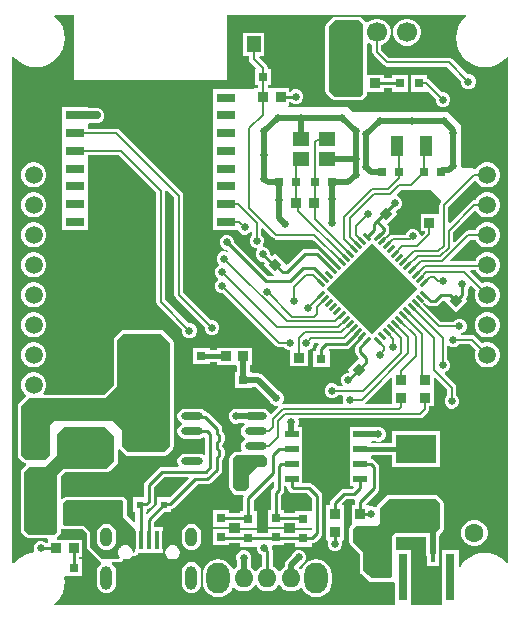
<source format=gtl>
G04*
G04 #@! TF.GenerationSoftware,Altium Limited,Altium Designer,22.11.1 (43)*
G04*
G04 Layer_Physical_Order=1*
G04 Layer_Color=255*
%FSLAX25Y25*%
%MOIN*%
G70*
G04*
G04 #@! TF.SameCoordinates,CE4FA216-54C7-4044-9C64-AD491F851F59*
G04*
G04*
G04 #@! TF.FilePolarity,Positive*
G04*
G01*
G75*
%ADD11C,0.01000*%
%ADD13C,0.00600*%
%ADD19C,0.00800*%
%ADD25P,0.30623X4X270.0*%
G04:AMPARAMS|DCode=26|XSize=35.43mil|YSize=11.02mil|CornerRadius=0mil|HoleSize=0mil|Usage=FLASHONLY|Rotation=225.000|XOffset=0mil|YOffset=0mil|HoleType=Round|Shape=Round|*
%AMOVALD26*
21,1,0.02441,0.01102,0.00000,0.00000,225.0*
1,1,0.01102,0.00863,0.00863*
1,1,0.01102,-0.00863,-0.00863*
%
%ADD26OVALD26*%

G04:AMPARAMS|DCode=27|XSize=11.02mil|YSize=35.43mil|CornerRadius=0mil|HoleSize=0mil|Usage=FLASHONLY|Rotation=225.000|XOffset=0mil|YOffset=0mil|HoleType=Round|Shape=Round|*
%AMOVALD27*
21,1,0.02441,0.01102,0.00000,0.00000,315.0*
1,1,0.01102,-0.00863,0.00863*
1,1,0.01102,0.00863,-0.00863*
%
%ADD27OVALD27*%

%ADD28R,0.13504X0.09528*%
%ADD29R,0.03150X0.03150*%
%ADD30R,0.03000X0.03000*%
%ADD31R,0.04724X0.02362*%
%ADD32R,0.09449X0.12992*%
%ADD33R,0.02362X0.02362*%
%ADD34O,0.07343X0.02480*%
%ADD35P,0.04243X4X90.0*%
%ADD36R,0.03937X0.07087*%
%ADD37R,0.05512X0.04724*%
%ADD38R,0.04842X0.05354*%
%ADD39R,0.03150X0.03150*%
%ADD40R,0.01575X0.06299*%
%ADD41R,0.03150X0.15748*%
%ADD42R,0.06299X0.03150*%
%ADD43R,0.09213X0.14173*%
%ADD44R,0.09843X0.04331*%
%ADD45P,0.04243X4X360.0*%
%ADD46R,0.06919X0.05102*%
%ADD47R,0.03000X0.03000*%
%ADD82C,0.06299*%
%ADD83R,0.03402X0.03175*%
%ADD84R,0.03175X0.03402*%
%ADD85R,0.05256X0.05906*%
%ADD86R,0.05847X0.06803*%
%ADD87C,0.02000*%
%ADD88C,0.01500*%
%ADD89C,0.02500*%
%ADD90O,0.06299X0.06299*%
%ADD91O,0.07874X0.10236*%
%ADD92R,0.06693X0.06693*%
%ADD93C,0.06693*%
%ADD94O,0.03937X0.07874*%
%ADD95O,0.03937X0.06299*%
%ADD96C,0.05906*%
%ADD97C,0.02500*%
G36*
X151410Y196380D02*
X150678Y195779D01*
X149481Y194321D01*
X148592Y192658D01*
X148045Y190853D01*
X147860Y188976D01*
X148045Y187100D01*
X148592Y185295D01*
X149481Y183632D01*
X150678Y182174D01*
X152136Y180977D01*
X153799Y180088D01*
X155604Y179541D01*
X157480Y179356D01*
X159357Y179541D01*
X161162Y180088D01*
X162825Y180977D01*
X164283Y182174D01*
X164884Y182906D01*
X165354Y182737D01*
Y14113D01*
X164884Y13945D01*
X164283Y14677D01*
X162825Y15873D01*
X161162Y16762D01*
X159357Y17310D01*
X157480Y17494D01*
X155604Y17310D01*
X153799Y16762D01*
X152136Y15873D01*
X150678Y14677D01*
X149481Y13219D01*
X149260Y12804D01*
X148775Y12926D01*
Y18574D01*
X143225D01*
Y426D01*
X143225D01*
X143046Y0D01*
X133205D01*
X133027Y426D01*
X133027Y500D01*
Y18574D01*
X127724D01*
Y22493D01*
X128007Y22776D01*
X137859D01*
Y17368D01*
X138030Y16510D01*
X138115Y16383D01*
Y13018D01*
X142089D01*
Y16383D01*
X142174Y16510D01*
X142345Y17368D01*
Y23022D01*
X142452D01*
Y23722D01*
X143365Y24635D01*
X143630Y25032D01*
X143723Y25500D01*
Y34000D01*
X143630Y34468D01*
X143365Y34865D01*
X141865Y36365D01*
X141468Y36630D01*
X141000Y36724D01*
X125500D01*
X125032Y36630D01*
X124635Y36365D01*
X121635Y33365D01*
X121370Y32968D01*
X121342Y32830D01*
X121172Y32735D01*
X120790Y32618D01*
X119987Y32950D01*
X119013D01*
X118901Y33025D01*
Y33288D01*
X117747D01*
X117739Y33788D01*
X121726Y37774D01*
X122101Y38337D01*
X122233Y39000D01*
Y46000D01*
X122101Y46663D01*
X121726Y47226D01*
X120726Y48226D01*
X120163Y48601D01*
X119512Y48731D01*
X119512Y49381D01*
Y49658D01*
X119866Y50012D01*
X126548D01*
Y46050D01*
X142452D01*
Y57978D01*
X126548D01*
Y53988D01*
X119866D01*
X119705Y54149D01*
X119650Y54324D01*
X119975Y54757D01*
X121013D01*
X121513Y54550D01*
X122487D01*
X123388Y54923D01*
X124077Y55612D01*
X124450Y56513D01*
Y57487D01*
X124077Y58388D01*
X123388Y59077D01*
X122487Y59450D01*
X121513D01*
X121013Y59243D01*
X119512D01*
Y59381D01*
X112388D01*
Y54881D01*
X112388Y54619D01*
X112388Y54119D01*
Y49881D01*
X112388Y49619D01*
X112388Y49119D01*
Y44619D01*
X112388D01*
Y44381D01*
X112388D01*
Y39619D01*
X113514D01*
X113706Y39157D01*
X113282Y38733D01*
X110500D01*
X109837Y38601D01*
X109274Y38226D01*
X106274Y35226D01*
X105899Y34663D01*
X105767Y34000D01*
Y33288D01*
X104599D01*
Y27856D01*
X104599Y27713D01*
Y27356D01*
X104599Y27212D01*
Y21780D01*
X104929D01*
X105206Y21365D01*
X105050Y20987D01*
Y20013D01*
X105423Y19112D01*
X106112Y18423D01*
X107013Y18050D01*
X107987D01*
X108888Y18423D01*
X109577Y19112D01*
X109950Y20013D01*
Y20987D01*
X109794Y21365D01*
X110072Y21780D01*
X110401D01*
Y27212D01*
X110401Y27356D01*
Y27713D01*
X110401Y27856D01*
Y33288D01*
X109892D01*
X109701Y33749D01*
X111218Y35267D01*
X113912D01*
X114136Y35084D01*
X114331Y34823D01*
X114267Y34500D01*
Y33288D01*
X113099D01*
Y27713D01*
X113099Y27713D01*
Y27356D01*
X113099D01*
X113099Y27213D01*
Y26829D01*
X112635Y26365D01*
X112370Y25968D01*
X112276Y25500D01*
Y21000D01*
X112370Y20532D01*
X112635Y20135D01*
X115777Y16993D01*
Y11250D01*
X115787Y11195D01*
X115781Y11139D01*
X115834Y10962D01*
X115870Y10782D01*
X115901Y10735D01*
X115917Y10681D01*
X116033Y10538D01*
X116135Y10385D01*
X116182Y10354D01*
X116217Y10310D01*
X118877Y8093D01*
Y7898D01*
X119189D01*
X119232Y7870D01*
X119287Y7859D01*
X119336Y7832D01*
X119519Y7812D01*
X119700Y7777D01*
X126000Y7777D01*
X126468Y7870D01*
X126511Y7898D01*
X127123D01*
X127477Y7546D01*
Y500D01*
X127477Y426D01*
X127298Y0D01*
X14113D01*
X13945Y471D01*
X14677Y1071D01*
X15873Y2529D01*
X16762Y4192D01*
X17310Y5997D01*
X17494Y7874D01*
X17339Y9450D01*
X17815Y9725D01*
X23275D01*
Y15275D01*
X22233D01*
Y16099D01*
X23254D01*
Y21901D01*
X17822D01*
X17679Y21901D01*
X17322D01*
X17178Y21901D01*
X14849D01*
X14789Y21984D01*
X14865Y22635D01*
X15865Y23635D01*
X16130Y24032D01*
X16224Y24500D01*
Y25419D01*
X16724Y25576D01*
X17032Y25370D01*
X17500Y25276D01*
X23493Y25276D01*
X24777Y23993D01*
X24777Y19500D01*
X24870Y19032D01*
X25135Y18635D01*
X29135Y14635D01*
X29532Y14370D01*
X29537Y14359D01*
X29605Y13845D01*
X29072Y13436D01*
X28564Y12774D01*
X28245Y12003D01*
X28136Y11176D01*
Y7239D01*
X28245Y6412D01*
X28564Y5641D01*
X29072Y4979D01*
X29734Y4471D01*
X30505Y4152D01*
X31332Y4043D01*
X32159Y4152D01*
X32930Y4471D01*
X33592Y4979D01*
X34100Y5641D01*
X34419Y6412D01*
X34528Y7239D01*
Y11176D01*
X34419Y12003D01*
X34100Y12774D01*
X33592Y13436D01*
X33148Y13777D01*
X33318Y14277D01*
X35692D01*
X35692Y14277D01*
X36160Y14370D01*
X36557Y14635D01*
X36822Y15032D01*
X36822Y15032D01*
X36956Y15355D01*
X37391Y15269D01*
X37861D01*
X38329Y15362D01*
X38329Y15362D01*
X38763Y15542D01*
X38763Y15542D01*
X39160Y15807D01*
X39160Y15807D01*
X39492Y16139D01*
X39492Y16139D01*
X39753Y16529D01*
X40062Y16400D01*
X40062Y16400D01*
X40530Y16307D01*
X40999Y16400D01*
X41396Y16665D01*
X41818Y17087D01*
X41959Y17299D01*
X50046D01*
Y25998D01*
X47233D01*
Y27830D01*
X50570Y31166D01*
X52881D01*
Y31919D01*
X53259Y31994D01*
X53821Y32370D01*
X61718Y40267D01*
X65000D01*
X65663Y40399D01*
X66226Y40774D01*
X69426Y43974D01*
X69801Y44537D01*
X69933Y45200D01*
Y48482D01*
X70226Y48774D01*
X70601Y49337D01*
X70733Y50000D01*
Y51500D01*
X70601Y52163D01*
X70226Y52726D01*
X69933Y53018D01*
Y53482D01*
X70226Y53774D01*
X70601Y54337D01*
X70733Y55000D01*
Y56500D01*
X70601Y57163D01*
X70226Y57726D01*
X69933Y58018D01*
Y58800D01*
X69933Y58800D01*
X69801Y59463D01*
X69426Y60026D01*
X65348Y64103D01*
X64786Y64479D01*
X64245Y64586D01*
X64129Y64759D01*
X63322Y65299D01*
X62370Y65488D01*
X57508D01*
X56556Y65299D01*
X55749Y64759D01*
X55209Y63952D01*
X55020Y63000D01*
X55209Y62048D01*
X55749Y61241D01*
X56441Y60778D01*
X56477Y60628D01*
Y60372D01*
X56441Y60222D01*
X55749Y59759D01*
X55209Y58952D01*
X55020Y58000D01*
X55209Y57048D01*
X55749Y56241D01*
X56556Y55701D01*
X57508Y55512D01*
X62370D01*
X63322Y55701D01*
X63767Y55998D01*
X64267Y55731D01*
Y50269D01*
X63767Y50002D01*
X63322Y50299D01*
X62370Y50488D01*
X57508D01*
X56556Y50299D01*
X55749Y49759D01*
X55209Y48952D01*
X55020Y48000D01*
X55209Y47048D01*
X55419Y46733D01*
X55152Y46233D01*
X50000D01*
X49337Y46101D01*
X48774Y45726D01*
X44274Y41226D01*
X43899Y40663D01*
X43767Y40000D01*
Y35929D01*
X40119D01*
Y31166D01*
X40987D01*
Y27897D01*
X40525Y27705D01*
X38223Y30007D01*
Y34500D01*
X38130Y34968D01*
X37865Y35365D01*
X37365Y35865D01*
X36968Y36130D01*
X36500Y36224D01*
X18000D01*
X17532Y36130D01*
X17135Y35865D01*
X16686Y35416D01*
X16224Y35607D01*
Y42993D01*
X17507Y44276D01*
X31500D01*
X31968Y44370D01*
X32365Y44635D01*
X34865Y47135D01*
X35130Y47532D01*
X35223Y48000D01*
Y51854D01*
X35378Y51960D01*
X35724Y52046D01*
X37635Y50135D01*
X38032Y49870D01*
X38500Y49777D01*
X50500D01*
X50968Y49870D01*
X51365Y50135D01*
X53365Y52135D01*
X53630Y52532D01*
X53724Y53000D01*
Y87500D01*
X53630Y87968D01*
X53365Y88365D01*
X50365Y91365D01*
X49968Y91630D01*
X49500Y91724D01*
X37000D01*
X36532Y91630D01*
X36135Y91365D01*
X34135Y89365D01*
X33870Y88968D01*
X33777Y88500D01*
Y73507D01*
X30493Y70223D01*
X10411D01*
X10220Y70685D01*
X10410Y70875D01*
X10956Y71822D01*
X11239Y72878D01*
Y73972D01*
X10956Y75028D01*
X10410Y75975D01*
X9636Y76748D01*
X8689Y77295D01*
X7633Y77578D01*
X6540D01*
X5484Y77295D01*
X4537Y76748D01*
X3764Y75975D01*
X3217Y75028D01*
X2934Y73972D01*
Y72878D01*
X3217Y71822D01*
X3764Y70875D01*
X4358Y70281D01*
X4518Y70041D01*
X4383Y69613D01*
X2135Y67365D01*
X1870Y66968D01*
X1777Y66500D01*
Y50000D01*
X1870Y49532D01*
X2135Y49135D01*
X3635Y47635D01*
X4032Y47370D01*
X4385Y47299D01*
X4514Y47075D01*
X4521Y47055D01*
X4546Y46777D01*
X3135Y45365D01*
X2870Y44968D01*
X2777Y44500D01*
Y25000D01*
X2870Y24532D01*
X3135Y24135D01*
X4635Y22635D01*
X5032Y22370D01*
X5500Y22276D01*
X11446D01*
X11746Y21901D01*
X11746Y21777D01*
Y20733D01*
X11231D01*
X10888Y21077D01*
X9987Y21450D01*
X9013D01*
X8112Y21077D01*
X7423Y20388D01*
X7050Y19487D01*
Y18513D01*
X7288Y17939D01*
X6976Y17406D01*
X5997Y17310D01*
X4192Y16762D01*
X2529Y15873D01*
X1071Y14677D01*
X471Y13945D01*
X0Y14113D01*
Y182737D01*
X471Y182906D01*
X1071Y182174D01*
X2529Y180977D01*
X4192Y180088D01*
X5997Y179541D01*
X7874Y179356D01*
X9751Y179541D01*
X11556Y180088D01*
X13219Y180977D01*
X14677Y182174D01*
X15873Y183632D01*
X16762Y185295D01*
X17310Y187100D01*
X17494Y188976D01*
X17310Y190853D01*
X16762Y192658D01*
X15873Y194321D01*
X14677Y195779D01*
X13945Y196380D01*
X14113Y196850D01*
X20500D01*
Y175000D01*
X71500D01*
Y196850D01*
X151241D01*
X151410Y196380D01*
D02*
G37*
G36*
X52500Y87500D02*
Y53000D01*
X50500Y51000D01*
X38500D01*
X36500Y53000D01*
Y58500D01*
X33500Y61500D01*
X14000D01*
X12500Y60000D01*
Y50000D01*
X11000Y48500D01*
X4500D01*
X3000Y50000D01*
Y66500D01*
X5500Y69000D01*
X31000D01*
X35000Y73000D01*
Y88500D01*
X37000Y90500D01*
X49500D01*
X52500Y87500D01*
D02*
G37*
G36*
X58854Y42305D02*
X52477Y35929D01*
X48119D01*
Y33618D01*
X44915Y30414D01*
X44453Y30605D01*
Y31166D01*
X44881D01*
Y31919D01*
X45259Y31994D01*
X45821Y32370D01*
X46726Y33274D01*
X46726Y33274D01*
X47101Y33837D01*
X47233Y34500D01*
Y39282D01*
X50718Y42767D01*
X58662D01*
X58854Y42305D01*
D02*
G37*
G36*
X34000Y56500D02*
Y48000D01*
X31500Y45500D01*
X17000D01*
X15000Y43500D01*
Y24500D01*
X14000Y23500D01*
X5500D01*
X4000Y25000D01*
Y44500D01*
X5500Y46000D01*
X11000D01*
X15000Y50000D01*
Y57000D01*
X17500Y59500D01*
X31000D01*
X34000Y56500D01*
D02*
G37*
G36*
X37000Y34500D02*
Y29500D01*
X40953Y25547D01*
Y17953D01*
X40530Y17530D01*
X40031Y17738D01*
Y17908D01*
X39937Y18376D01*
X39937Y18376D01*
X39758Y18811D01*
X39758Y18811D01*
X39492Y19207D01*
X39492Y19207D01*
X39160Y19540D01*
X39160Y19540D01*
X38962Y19672D01*
X38763Y19805D01*
X38763Y19805D01*
X38329Y19985D01*
X38329Y19985D01*
X37861Y20078D01*
X37391D01*
X36923Y19985D01*
X36923Y19985D01*
X36489Y19805D01*
X36489Y19805D01*
X36290Y19672D01*
X36092Y19540D01*
X36092Y19540D01*
X35760Y19207D01*
X35760Y19207D01*
X35627Y19009D01*
X35494Y18811D01*
X35494Y18811D01*
X35315Y18376D01*
X35315Y18376D01*
X35221Y17908D01*
Y17438D01*
X35315Y16970D01*
X35315Y16970D01*
X35494Y16536D01*
X35494Y16536D01*
X35627Y16337D01*
X35760Y16139D01*
X35760Y16139D01*
X35899Y16000D01*
X35692Y15500D01*
X30000D01*
X26000Y19500D01*
X26000Y24500D01*
X24000Y26500D01*
X17500Y26500D01*
X17000Y27000D01*
Y34000D01*
X18000Y35000D01*
X36500D01*
X37000Y34500D01*
D02*
G37*
G36*
X142500Y34000D02*
Y25500D01*
X141000Y24000D01*
X127500D01*
X126500Y23000D01*
Y9500D01*
X126000Y9000D01*
X119700Y9000D01*
X117000Y11250D01*
Y17500D01*
X113500Y21000D01*
Y25500D01*
X114500Y26500D01*
X121500D01*
X122500Y27500D01*
Y32500D01*
X125500Y35500D01*
X141000D01*
X142500Y34000D01*
D02*
G37*
%LPC*%
G36*
X132099Y195546D02*
X130901D01*
X129745Y195237D01*
X128708Y194638D01*
X127862Y193792D01*
X127263Y192755D01*
X126953Y191599D01*
Y190401D01*
X127263Y189245D01*
X127862Y188208D01*
X128708Y187362D01*
X129745Y186763D01*
X130901Y186453D01*
X132099D01*
X133255Y186763D01*
X134292Y187362D01*
X135138Y188208D01*
X135737Y189245D01*
X136047Y190401D01*
Y191599D01*
X135737Y192755D01*
X135138Y193792D01*
X134292Y194638D01*
X133255Y195237D01*
X132099Y195546D01*
D02*
G37*
G36*
X115500Y196223D02*
X107500D01*
X107032Y196130D01*
X106635Y195865D01*
X104635Y193865D01*
X104370Y193468D01*
X104277Y193000D01*
Y171500D01*
X104370Y171032D01*
X104635Y170635D01*
X106635Y168635D01*
X107032Y168370D01*
X107500Y168277D01*
X116000D01*
X116468Y168370D01*
X116865Y168635D01*
X117865Y169635D01*
X118130Y170032D01*
X118224Y170500D01*
Y171099D01*
X123753D01*
Y172267D01*
X126430D01*
Y171198D01*
X131980D01*
Y176748D01*
X126430D01*
Y175733D01*
X123753D01*
Y176901D01*
X118224D01*
Y187194D01*
X118685Y187385D01*
X118708Y187362D01*
X119745Y186763D01*
X119971Y186703D01*
Y184500D01*
X120087Y183915D01*
X120419Y183419D01*
X123919Y179919D01*
X124415Y179587D01*
X125000Y179471D01*
X144867D01*
X149550Y174787D01*
Y174013D01*
X149923Y173112D01*
X150612Y172423D01*
X151513Y172050D01*
X152487D01*
X153388Y172423D01*
X154077Y173112D01*
X154450Y174013D01*
Y174987D01*
X154077Y175888D01*
X153388Y176577D01*
X152487Y176950D01*
X151713D01*
X146581Y182081D01*
X146085Y182413D01*
X145500Y182529D01*
X125634D01*
X123029Y185134D01*
Y186703D01*
X123255Y186763D01*
X124292Y187362D01*
X125138Y188208D01*
X125737Y189245D01*
X126047Y190401D01*
Y191599D01*
X125737Y192755D01*
X125138Y193792D01*
X124292Y194638D01*
X123255Y195237D01*
X122099Y195546D01*
X120901D01*
X119745Y195237D01*
X118708Y194638D01*
X118372Y194302D01*
X117875Y194351D01*
X117865Y194365D01*
X116365Y195865D01*
X115968Y196130D01*
X115500Y196223D01*
D02*
G37*
G36*
X84019Y190877D02*
X76777D01*
Y183123D01*
X78767D01*
Y182102D01*
X78891Y181478D01*
X79245Y180948D01*
X81031Y179162D01*
X80840Y178700D01*
X80700D01*
Y173300D01*
X81869D01*
Y172401D01*
X80712D01*
X80256Y171944D01*
X66847D01*
Y166394D01*
X66847D01*
Y166039D01*
X66847D01*
Y160489D01*
X66847D01*
Y160133D01*
X66847D01*
Y154584D01*
X66847D01*
Y154227D01*
X66847D01*
Y148678D01*
X66847D01*
Y148322D01*
X66847D01*
Y142772D01*
X66847D01*
Y142417D01*
X66847D01*
Y136867D01*
X66847D01*
Y136511D01*
X66847D01*
Y130961D01*
X66847D01*
Y130605D01*
X66847D01*
Y125056D01*
X75239D01*
X75423Y124612D01*
X76112Y123923D01*
X77013Y123550D01*
X77987D01*
X78888Y123923D01*
X79471Y124506D01*
X79963Y124358D01*
X79971Y124353D01*
Y123435D01*
X79423Y122888D01*
X79050Y121987D01*
Y121013D01*
X79423Y120112D01*
X80112Y119423D01*
X81013Y119050D01*
X81378D01*
X81585Y118550D01*
X81423Y118388D01*
X81050Y117487D01*
Y116513D01*
X81423Y115612D01*
X82112Y114923D01*
X83013Y114550D01*
X83499D01*
X84115Y113934D01*
X83722Y113540D01*
X87067Y110195D01*
X86875Y109733D01*
X85218D01*
X73950Y121001D01*
Y121487D01*
X73577Y122388D01*
X72888Y123077D01*
X71987Y123450D01*
X71013D01*
X70112Y123077D01*
X69423Y122388D01*
X69050Y121487D01*
Y120513D01*
X69423Y119612D01*
X70112Y118923D01*
X71013Y118550D01*
X71499D01*
X71961Y118088D01*
X71678Y117664D01*
X70987Y117950D01*
X70013D01*
X69112Y117577D01*
X68423Y116888D01*
X68050Y115987D01*
Y115013D01*
X68423Y114112D01*
X68828Y113707D01*
X68710Y113118D01*
X68612Y113077D01*
X67923Y112388D01*
X67550Y111487D01*
Y110513D01*
X67923Y109612D01*
X68474Y109061D01*
X68563Y108750D01*
X68474Y108439D01*
X67923Y107888D01*
X67550Y106987D01*
Y106013D01*
X67923Y105112D01*
X68612Y104423D01*
X69513Y104050D01*
X70287D01*
X87919Y86419D01*
X88415Y86087D01*
X89000Y85971D01*
X90565D01*
X91112Y85423D01*
X92013Y85050D01*
X92599D01*
Y79712D01*
X98401D01*
Y85050D01*
X98487D01*
X99388Y85423D01*
X100077Y86112D01*
X100450Y87013D01*
Y87471D01*
X101866D01*
X102057Y87009D01*
X101774Y86726D01*
X101399Y86163D01*
X101267Y85500D01*
Y84700D01*
X100300D01*
Y79300D01*
X105700D01*
Y84700D01*
X105700D01*
X105620Y85200D01*
X105665Y85267D01*
X111243D01*
X111907Y85399D01*
X112469Y85774D01*
X114310Y87616D01*
X114699Y87297D01*
X114399Y86848D01*
X114267Y86185D01*
Y84500D01*
X114399Y83837D01*
X114774Y83274D01*
X115309Y82739D01*
X115500Y82318D01*
X111682Y78500D01*
X112365Y77816D01*
X111999Y77450D01*
X111513D01*
X110612Y77077D01*
X109923Y76388D01*
X109550Y75487D01*
Y74513D01*
X109923Y73612D01*
X110044Y73491D01*
X109853Y73029D01*
X108435D01*
X107888Y73577D01*
X106987Y73950D01*
X106013D01*
X105112Y73577D01*
X104423Y72888D01*
X104050Y71987D01*
Y71013D01*
X104423Y70112D01*
X105112Y69423D01*
X106013Y69050D01*
X106987D01*
X107888Y69423D01*
X108435Y69971D01*
X109916D01*
X110250Y69471D01*
X110050Y68987D01*
Y68013D01*
X110250Y67529D01*
X109916Y67029D01*
X90237D01*
X90192Y67020D01*
X89946Y67481D01*
X90077Y67612D01*
X90450Y68513D01*
Y69487D01*
X90077Y70388D01*
X89388Y71077D01*
X88888Y71284D01*
X83586Y76586D01*
X82858Y77072D01*
X82000Y77243D01*
X79700D01*
Y77700D01*
X79243D01*
Y80099D01*
X79787D01*
Y85901D01*
X74356D01*
X74212Y85901D01*
X73856D01*
X73712Y85901D01*
X68280D01*
Y84988D01*
X65700D01*
Y85700D01*
X60300D01*
Y80300D01*
X65700D01*
Y81012D01*
X68280D01*
Y80099D01*
X73712D01*
X73856Y80099D01*
X74257D01*
X74757Y79861D01*
Y77700D01*
X74300D01*
Y72300D01*
X79700D01*
Y72757D01*
X81071D01*
X85716Y68112D01*
X85923Y67612D01*
X86612Y66923D01*
X87513Y66550D01*
X88417D01*
X88558Y66363D01*
X88662Y66088D01*
X86288Y63713D01*
X85809Y63858D01*
X85791Y63952D01*
X85251Y64759D01*
X84444Y65299D01*
X83492Y65488D01*
X78630D01*
X77678Y65299D01*
X77595Y65243D01*
X75487D01*
X74987Y65450D01*
X74013D01*
X73112Y65077D01*
X72423Y64388D01*
X72050Y63487D01*
Y62513D01*
X72423Y61612D01*
X73112Y60923D01*
X74013Y60550D01*
X74987D01*
X75487Y60757D01*
X77308D01*
X77576Y60275D01*
X77564Y60222D01*
X76871Y59759D01*
X76331Y58952D01*
X76142Y58000D01*
X76331Y57048D01*
X76871Y56241D01*
X77564Y55778D01*
X77599Y55628D01*
Y55372D01*
X77564Y55222D01*
X76871Y54759D01*
X76331Y53952D01*
X76142Y53000D01*
X76331Y52048D01*
X76548Y51723D01*
X76281Y51223D01*
X74500D01*
X74032Y51130D01*
X73635Y50865D01*
X72635Y49865D01*
X72370Y49468D01*
X72277Y49000D01*
Y39500D01*
X72370Y39032D01*
X72635Y38635D01*
X73278Y37991D01*
X73300Y37882D01*
Y37300D01*
X73524D01*
X73635Y37135D01*
X74032Y36870D01*
X74500Y36777D01*
X76780D01*
X77036Y36364D01*
X77032Y36277D01*
X76905Y35638D01*
Y31385D01*
X75864D01*
Y30733D01*
X72275D01*
Y31775D01*
X66725D01*
Y26225D01*
X72275D01*
Y27267D01*
X75864D01*
Y25835D01*
X81413D01*
Y31385D01*
X80372D01*
Y34920D01*
X86605Y41153D01*
X87067Y40962D01*
Y39018D01*
X86636Y38587D01*
X86260Y38025D01*
X86128Y37361D01*
Y31775D01*
X85087D01*
Y26225D01*
X90636D01*
Y27267D01*
X94225D01*
Y25835D01*
X99767D01*
Y25089D01*
X94252D01*
Y24048D01*
X90663D01*
Y25480D01*
X85114D01*
Y24048D01*
X81440D01*
Y25089D01*
X75891D01*
Y24048D01*
X72302D01*
Y25480D01*
X66752D01*
Y19930D01*
X72302D01*
Y20581D01*
X75891D01*
Y19540D01*
X81088D01*
X81450Y19499D01*
X81550Y19085D01*
Y18513D01*
X81923Y17612D01*
X82612Y16923D01*
X83267Y16652D01*
Y12990D01*
X82806Y12799D01*
X81898Y12102D01*
X81365Y11407D01*
X81328Y11389D01*
X80798D01*
X80761Y11407D01*
X80228Y12102D01*
X79369Y12761D01*
Y14887D01*
X79576Y15387D01*
Y16361D01*
X79203Y17262D01*
X78514Y17951D01*
X77613Y18324D01*
X76639D01*
X75738Y17951D01*
X75049Y17262D01*
X74676Y16361D01*
Y15387D01*
X74883Y14887D01*
Y12761D01*
X74024Y12102D01*
X73940Y11992D01*
X73444Y12058D01*
X73148Y12772D01*
X72325Y13845D01*
X71252Y14668D01*
X70002Y15186D01*
X68661Y15362D01*
X67320Y15186D01*
X66070Y14668D01*
X64997Y13845D01*
X64174Y12772D01*
X63656Y11522D01*
X63480Y10181D01*
Y7819D01*
X63656Y6478D01*
X64174Y5228D01*
X64997Y4155D01*
X66070Y3332D01*
X67320Y2814D01*
X68661Y2638D01*
X70002Y2814D01*
X71252Y3332D01*
X72325Y4155D01*
X73148Y5228D01*
X73444Y5942D01*
X73940Y6008D01*
X74024Y5898D01*
X74932Y5201D01*
X75990Y4762D01*
X77126Y4613D01*
X78262Y4762D01*
X79320Y5201D01*
X80228Y5898D01*
X80761Y6593D01*
X80798Y6611D01*
X81328D01*
X81365Y6593D01*
X81898Y5898D01*
X82806Y5201D01*
X83864Y4762D01*
X85000Y4613D01*
X86136Y4762D01*
X87194Y5201D01*
X88102Y5898D01*
X88635Y6593D01*
X88672Y6611D01*
X89202D01*
X89239Y6593D01*
X89772Y5898D01*
X90680Y5201D01*
X91738Y4762D01*
X92874Y4613D01*
X94010Y4762D01*
X95068Y5201D01*
X95976Y5898D01*
X96060Y6008D01*
X96556Y5942D01*
X96852Y5228D01*
X97675Y4155D01*
X98748Y3332D01*
X99998Y2814D01*
X101339Y2638D01*
X102680Y2814D01*
X103930Y3332D01*
X105003Y4155D01*
X105826Y5228D01*
X106344Y6478D01*
X106520Y7819D01*
Y10181D01*
X106344Y11522D01*
X105826Y12772D01*
X105003Y13845D01*
X103930Y14668D01*
X102680Y15186D01*
X101339Y15362D01*
X99998Y15186D01*
X98748Y14668D01*
X97675Y13845D01*
X96852Y12772D01*
X96556Y12058D01*
X96060Y11992D01*
X95976Y12102D01*
X95597Y12393D01*
X95564Y12892D01*
X96388Y13716D01*
X96888Y13923D01*
X97577Y14612D01*
X97950Y15513D01*
Y16487D01*
X97577Y17388D01*
X96888Y18077D01*
X95987Y18450D01*
X95013D01*
X94112Y18077D01*
X93423Y17388D01*
X93216Y16888D01*
X91419Y15091D01*
X90933Y14364D01*
X90762Y13505D01*
Y12833D01*
X90680Y12799D01*
X89772Y12102D01*
X89239Y11407D01*
X89202Y11389D01*
X88672D01*
X88635Y11407D01*
X88102Y12102D01*
X87194Y12799D01*
X86733Y12990D01*
Y18000D01*
X86601Y18663D01*
X86450Y18890D01*
Y19487D01*
X86439Y19514D01*
X86717Y19930D01*
X90663D01*
Y20581D01*
X94252D01*
Y19540D01*
X99802D01*
Y20581D01*
X99815D01*
X100478Y20713D01*
X101040Y21089D01*
X102726Y22774D01*
X103101Y23337D01*
X103233Y24000D01*
Y36500D01*
X103101Y37163D01*
X102726Y37726D01*
X100226Y40226D01*
X99663Y40601D01*
X99000Y40733D01*
X96612D01*
Y44381D01*
X96612D01*
Y44619D01*
X96612D01*
Y49381D01*
X96612D01*
Y49619D01*
X96612D01*
Y54381D01*
X96612D01*
Y54619D01*
X96612D01*
Y59381D01*
X95243D01*
Y60013D01*
X95450Y60513D01*
Y61487D01*
X95256Y61955D01*
X95534Y62371D01*
X135900D01*
X136485Y62487D01*
X136981Y62819D01*
X138581Y64419D01*
X138913Y64915D01*
X139029Y65500D01*
Y66280D01*
X140401D01*
Y71855D01*
X140401D01*
Y72212D01*
X140401D01*
Y75783D01*
X140863Y75974D01*
X144971Y71867D01*
Y69935D01*
X144423Y69388D01*
X144050Y68487D01*
Y67513D01*
X144423Y66612D01*
X145112Y65923D01*
X146013Y65550D01*
X146987D01*
X147888Y65923D01*
X148577Y66612D01*
X148950Y67513D01*
Y68487D01*
X148577Y69388D01*
X148029Y69935D01*
Y72500D01*
X147913Y73085D01*
X147581Y73581D01*
X144075Y77088D01*
X144223Y77647D01*
X144888Y77923D01*
X145577Y78612D01*
X145950Y79513D01*
Y80487D01*
X145577Y81388D01*
X145029Y81935D01*
Y86352D01*
X145491Y86544D01*
X145612Y86423D01*
X146513Y86050D01*
X147487D01*
X148388Y86423D01*
X148935Y86971D01*
X152559D01*
X154436Y85094D01*
X154398Y85028D01*
X154115Y83972D01*
Y82879D01*
X154398Y81822D01*
X154945Y80875D01*
X155718Y80102D01*
X156665Y79555D01*
X157721Y79273D01*
X158814D01*
X159871Y79555D01*
X160818Y80102D01*
X161591Y80875D01*
X162137Y81822D01*
X162420Y82879D01*
Y83972D01*
X162137Y85028D01*
X161591Y85975D01*
X160818Y86748D01*
X159871Y87295D01*
X158814Y87578D01*
X157721D01*
X156665Y87295D01*
X156599Y87257D01*
X154274Y89581D01*
X153778Y89913D01*
X153193Y90029D01*
X149448D01*
X149434Y90050D01*
X149447Y90171D01*
X149655Y90619D01*
X150388Y90923D01*
X151077Y91612D01*
X151450Y92513D01*
Y93487D01*
X151077Y94388D01*
X150388Y95077D01*
X149487Y95450D01*
X148513D01*
X147612Y95077D01*
X147065Y94529D01*
X142877D01*
X137029Y100378D01*
X136987Y100590D01*
X136824Y100833D01*
X137212Y101152D01*
X138160Y100204D01*
X138722Y99829D01*
X139386Y99697D01*
X140930D01*
X141593Y99829D01*
X142156Y100204D01*
X143552Y101601D01*
X144116Y101521D01*
X144141Y101460D01*
Y101460D01*
X147960Y97641D01*
X151778Y101460D01*
X151095Y102144D01*
X151226Y102275D01*
X151601Y102837D01*
X151733Y103500D01*
Y105269D01*
X152077Y105612D01*
X152409Y106414D01*
X152912Y106618D01*
X154436Y105094D01*
X154398Y105028D01*
X154115Y103972D01*
Y102878D01*
X154398Y101822D01*
X154945Y100875D01*
X155718Y100102D01*
X156665Y99555D01*
X157721Y99273D01*
X158814D01*
X159871Y99555D01*
X160818Y100102D01*
X161591Y100875D01*
X162137Y101822D01*
X162420Y102878D01*
Y103972D01*
X162137Y105028D01*
X161591Y105975D01*
X160818Y106748D01*
X159871Y107295D01*
X158814Y107578D01*
X157721D01*
X156665Y107295D01*
X156599Y107257D01*
X152647Y111209D01*
X152839Y111671D01*
X154485D01*
X154945Y110875D01*
X155718Y110102D01*
X156665Y109555D01*
X157721Y109273D01*
X158814D01*
X159871Y109555D01*
X160818Y110102D01*
X161591Y110875D01*
X162137Y111822D01*
X162420Y112879D01*
Y113972D01*
X162137Y115028D01*
X161591Y115975D01*
X160818Y116748D01*
X159871Y117295D01*
X158814Y117578D01*
X157721D01*
X156665Y117295D01*
X155718Y116748D01*
X154945Y115975D01*
X154398Y115028D01*
X154318Y114729D01*
X146071D01*
X145880Y115191D01*
X152584Y121896D01*
X154378D01*
X154398Y121822D01*
X154945Y120875D01*
X155718Y120102D01*
X156665Y119555D01*
X157721Y119272D01*
X158814D01*
X159871Y119555D01*
X160818Y120102D01*
X161591Y120875D01*
X162137Y121822D01*
X162420Y122879D01*
Y123972D01*
X162137Y125028D01*
X161591Y125975D01*
X160818Y126748D01*
X159871Y127295D01*
X158814Y127578D01*
X157721D01*
X156665Y127295D01*
X155718Y126748D01*
X154945Y125975D01*
X154398Y125028D01*
X154378Y124955D01*
X151951D01*
X151365Y124838D01*
X150869Y124507D01*
X147391Y121029D01*
X146929Y121220D01*
Y124267D01*
X154139Y131477D01*
X154635Y131411D01*
X154945Y130875D01*
X155718Y130102D01*
X156665Y129555D01*
X157721Y129272D01*
X158814D01*
X159871Y129555D01*
X160818Y130102D01*
X161591Y130875D01*
X162137Y131822D01*
X162420Y132878D01*
Y133972D01*
X162137Y135028D01*
X161591Y135975D01*
X160818Y136748D01*
X159871Y137295D01*
X158814Y137578D01*
X157721D01*
X156665Y137295D01*
X155718Y136748D01*
X154945Y135975D01*
X154398Y135028D01*
X154378Y134955D01*
X153925D01*
X153340Y134838D01*
X152844Y134507D01*
X145791Y127454D01*
X145329Y127646D01*
Y132667D01*
X154139Y141477D01*
X154635Y141411D01*
X154945Y140875D01*
X155718Y140102D01*
X156665Y139556D01*
X157721Y139272D01*
X158814D01*
X159871Y139556D01*
X160818Y140102D01*
X161591Y140875D01*
X162137Y141822D01*
X162420Y142878D01*
Y143972D01*
X162137Y145028D01*
X161591Y145975D01*
X160818Y146748D01*
X159871Y147295D01*
X158814Y147578D01*
X157721D01*
X156665Y147295D01*
X155718Y146748D01*
X154945Y145975D01*
X154623Y145417D01*
X153998Y145335D01*
X153695Y145638D01*
X150362D01*
X149500Y146500D01*
Y160000D01*
X145000Y164500D01*
X143506D01*
X143428Y164572D01*
X143030Y164572D01*
X113428D01*
X111901Y166099D01*
X92007D01*
X91969Y166139D01*
X92165Y166599D01*
X92220D01*
Y167767D01*
X92769D01*
X93112Y167423D01*
X94013Y167050D01*
X94987D01*
X95888Y167423D01*
X96577Y168112D01*
X96950Y169013D01*
Y169987D01*
X96577Y170888D01*
X95888Y171577D01*
X94987Y171950D01*
X94013D01*
X93112Y171577D01*
X92769Y171233D01*
X92220D01*
Y172401D01*
X86788D01*
X86644Y172401D01*
X86287D01*
X86144Y172401D01*
X85131D01*
Y173300D01*
X86100D01*
Y178700D01*
X85031D01*
Y179100D01*
X84907Y179724D01*
X84553Y180254D01*
X82184Y182623D01*
X82391Y183123D01*
X84019D01*
Y190877D01*
D02*
G37*
G36*
X138275Y176775D02*
X132725D01*
Y171225D01*
X138275D01*
X138275Y171225D01*
Y171225D01*
X138739Y171098D01*
X141050Y168787D01*
Y168013D01*
X141423Y167112D01*
X142112Y166423D01*
X143013Y166050D01*
X143987D01*
X144888Y166423D01*
X145577Y167112D01*
X145950Y168013D01*
Y168987D01*
X145577Y169888D01*
X144888Y170577D01*
X143987Y170950D01*
X143213D01*
X139081Y175081D01*
X138585Y175413D01*
X138275Y175475D01*
Y176775D01*
D02*
G37*
G36*
X7633Y147578D02*
X6540D01*
X5484Y147295D01*
X4537Y146748D01*
X3764Y145975D01*
X3217Y145028D01*
X2934Y143972D01*
Y142878D01*
X3217Y141822D01*
X3764Y140875D01*
X4537Y140102D01*
X5484Y139556D01*
X6540Y139272D01*
X7633D01*
X8689Y139556D01*
X9636Y140102D01*
X10410Y140875D01*
X10956Y141822D01*
X11239Y142878D01*
Y143972D01*
X10956Y145028D01*
X10410Y145975D01*
X9636Y146748D01*
X8689Y147295D01*
X7633Y147578D01*
D02*
G37*
G36*
Y137578D02*
X6540D01*
X5484Y137295D01*
X4537Y136748D01*
X3764Y135975D01*
X3217Y135028D01*
X2934Y133972D01*
Y132878D01*
X3217Y131822D01*
X3764Y130875D01*
X4537Y130102D01*
X5484Y129555D01*
X6540Y129272D01*
X7633D01*
X8689Y129555D01*
X9636Y130102D01*
X10410Y130875D01*
X10956Y131822D01*
X11239Y132878D01*
Y133972D01*
X10956Y135028D01*
X10410Y135975D01*
X9636Y136748D01*
X8689Y137295D01*
X7633Y137578D01*
D02*
G37*
G36*
Y127578D02*
X6540D01*
X5484Y127295D01*
X4537Y126748D01*
X3764Y125975D01*
X3217Y125028D01*
X2934Y123972D01*
Y122879D01*
X3217Y121822D01*
X3764Y120875D01*
X4537Y120102D01*
X5484Y119555D01*
X6540Y119272D01*
X7633D01*
X8689Y119555D01*
X9636Y120102D01*
X10410Y120875D01*
X10956Y121822D01*
X11239Y122879D01*
Y123972D01*
X10956Y125028D01*
X10410Y125975D01*
X9636Y126748D01*
X8689Y127295D01*
X7633Y127578D01*
D02*
G37*
G36*
Y117578D02*
X6540D01*
X5484Y117295D01*
X4537Y116748D01*
X3764Y115975D01*
X3217Y115028D01*
X2934Y113972D01*
Y112879D01*
X3217Y111822D01*
X3764Y110875D01*
X4537Y110102D01*
X5484Y109555D01*
X6540Y109273D01*
X7633D01*
X8689Y109555D01*
X9636Y110102D01*
X10410Y110875D01*
X10956Y111822D01*
X11239Y112879D01*
Y113972D01*
X10956Y115028D01*
X10410Y115975D01*
X9636Y116748D01*
X8689Y117295D01*
X7633Y117578D01*
D02*
G37*
G36*
Y107578D02*
X6540D01*
X5484Y107295D01*
X4537Y106748D01*
X3764Y105975D01*
X3217Y105028D01*
X2934Y103972D01*
Y102878D01*
X3217Y101822D01*
X3764Y100875D01*
X4537Y100102D01*
X5484Y99555D01*
X6540Y99273D01*
X7633D01*
X8689Y99555D01*
X9636Y100102D01*
X10410Y100875D01*
X10956Y101822D01*
X11239Y102878D01*
Y103972D01*
X10956Y105028D01*
X10410Y105975D01*
X9636Y106748D01*
X8689Y107295D01*
X7633Y107578D01*
D02*
G37*
G36*
X25153Y166039D02*
X16454D01*
Y160633D01*
X16454Y160489D01*
Y160133D01*
X16454Y159989D01*
Y154728D01*
X16454Y154584D01*
Y154228D01*
X16454Y154084D01*
Y148822D01*
X16454Y148678D01*
Y148322D01*
X16454Y148178D01*
Y142917D01*
X16454Y142772D01*
Y142417D01*
X16454Y142272D01*
Y137011D01*
X16454Y136867D01*
Y136511D01*
X16454Y136367D01*
Y131105D01*
X16454Y130961D01*
Y130605D01*
X16454Y130461D01*
Y125056D01*
X25153D01*
Y130461D01*
X25153Y130605D01*
Y130961D01*
X25153Y131105D01*
Y136367D01*
X25153Y136511D01*
Y136867D01*
X25153Y137011D01*
Y142272D01*
X25153Y142417D01*
Y142772D01*
X25153Y142917D01*
Y148178D01*
X25153Y148322D01*
Y148678D01*
X25153Y148822D01*
Y149923D01*
X35414D01*
X47971Y137366D01*
Y101000D01*
X48087Y100415D01*
X48419Y99919D01*
X56550Y91787D01*
Y91013D01*
X56923Y90112D01*
X57612Y89423D01*
X58513Y89050D01*
X59487D01*
X60388Y89423D01*
X61077Y90112D01*
X61450Y91013D01*
Y91987D01*
X61077Y92888D01*
X60388Y93577D01*
X59487Y93950D01*
X58713D01*
X51029Y101634D01*
Y138000D01*
X51004Y138126D01*
X51465Y138372D01*
X53971Y135866D01*
Y103500D01*
X54087Y102915D01*
X54419Y102419D01*
X64050Y92787D01*
Y92013D01*
X64423Y91112D01*
X65112Y90423D01*
X66013Y90050D01*
X66987D01*
X67888Y90423D01*
X68577Y91112D01*
X68950Y92013D01*
Y92987D01*
X68577Y93888D01*
X67888Y94577D01*
X66987Y94950D01*
X66213D01*
X57029Y104133D01*
Y136500D01*
X56913Y137085D01*
X56581Y137581D01*
X35723Y158440D01*
X35227Y158771D01*
X34642Y158888D01*
X25506D01*
X25153Y159241D01*
X25153Y160412D01*
X25506Y160766D01*
X28169D01*
X28410Y160814D01*
X28656D01*
X28884Y160908D01*
X29125Y160956D01*
X29329Y161093D01*
X29557Y161187D01*
X29731Y161361D01*
X29935Y161497D01*
X30072Y161702D01*
X30246Y161876D01*
X30340Y162103D01*
X30477Y162308D01*
X30525Y162549D01*
X30619Y162776D01*
Y163022D01*
X30667Y163264D01*
X30619Y163505D01*
Y163751D01*
X30525Y163978D01*
X30477Y164220D01*
X30340Y164424D01*
X30246Y164652D01*
X30072Y164826D01*
X29935Y165030D01*
X29731Y165167D01*
X29557Y165341D01*
X29329Y165435D01*
X29125Y165572D01*
X28884Y165620D01*
X28656Y165714D01*
X28410D01*
X28169Y165762D01*
X25153D01*
Y166039D01*
D02*
G37*
G36*
X158814Y97578D02*
X157721D01*
X156665Y97295D01*
X155718Y96748D01*
X154945Y95975D01*
X154398Y95028D01*
X154115Y93972D01*
Y92879D01*
X154398Y91822D01*
X154945Y90875D01*
X155718Y90102D01*
X156665Y89556D01*
X157721Y89272D01*
X158814D01*
X159871Y89556D01*
X160818Y90102D01*
X161591Y90875D01*
X162137Y91822D01*
X162420Y92879D01*
Y93972D01*
X162137Y95028D01*
X161591Y95975D01*
X160818Y96748D01*
X159871Y97295D01*
X158814Y97578D01*
D02*
G37*
G36*
X7633D02*
X6540D01*
X5484Y97295D01*
X4537Y96748D01*
X3764Y95975D01*
X3217Y95028D01*
X2934Y93972D01*
Y92879D01*
X3217Y91822D01*
X3764Y90875D01*
X4537Y90102D01*
X5484Y89556D01*
X6540Y89272D01*
X7633D01*
X8689Y89556D01*
X9636Y90102D01*
X10410Y90875D01*
X10956Y91822D01*
X11239Y92879D01*
Y93972D01*
X10956Y95028D01*
X10410Y95975D01*
X9636Y96748D01*
X8689Y97295D01*
X7633Y97578D01*
D02*
G37*
G36*
Y87578D02*
X6540D01*
X5484Y87295D01*
X4537Y86748D01*
X3764Y85975D01*
X3217Y85028D01*
X2934Y83972D01*
Y82879D01*
X3217Y81822D01*
X3764Y80875D01*
X4537Y80102D01*
X5484Y79555D01*
X6540Y79273D01*
X7633D01*
X8689Y79555D01*
X9636Y80102D01*
X10410Y80875D01*
X10956Y81822D01*
X11239Y82879D01*
Y83972D01*
X10956Y85028D01*
X10410Y85975D01*
X9636Y86748D01*
X8689Y87295D01*
X7633Y87578D01*
D02*
G37*
G36*
X154593Y28445D02*
X153448D01*
X152341Y28148D01*
X151350Y27575D01*
X150540Y26766D01*
X149967Y25774D01*
X149671Y24668D01*
Y23522D01*
X149967Y22416D01*
X150540Y21424D01*
X151350Y20615D01*
X152341Y20042D01*
X153448Y19745D01*
X154593D01*
X155699Y20042D01*
X156691Y20615D01*
X157501Y21424D01*
X158073Y22416D01*
X158370Y23522D01*
Y24668D01*
X158073Y25774D01*
X157501Y26766D01*
X156691Y27575D01*
X155699Y28148D01*
X154593Y28445D01*
D02*
G37*
G36*
X59669Y27170D02*
X58842Y27061D01*
X58071Y26742D01*
X57409Y26234D01*
X56902Y25572D01*
X56582Y24802D01*
X56473Y23975D01*
Y21612D01*
X56582Y20785D01*
X56902Y20014D01*
X57409Y19353D01*
X58071Y18845D01*
X58842Y18525D01*
X59669Y18417D01*
X60496Y18525D01*
X61267Y18845D01*
X61929Y19353D01*
X62437Y20014D01*
X62756Y20785D01*
X62865Y21612D01*
Y23975D01*
X62756Y24802D01*
X62437Y25572D01*
X61929Y26234D01*
X61267Y26742D01*
X60496Y27061D01*
X59669Y27170D01*
D02*
G37*
G36*
X53609Y20078D02*
X53139D01*
X52671Y19985D01*
X52671Y19985D01*
X52237Y19805D01*
X52237Y19805D01*
X52038Y19672D01*
X51840Y19540D01*
X51840Y19540D01*
X51508Y19207D01*
X51508Y19207D01*
X51375Y19009D01*
X51242Y18811D01*
X51242Y18811D01*
X51063Y18376D01*
X51063Y18376D01*
X50969Y17908D01*
Y17438D01*
X51063Y16970D01*
X51063Y16970D01*
X51242Y16536D01*
X51242Y16536D01*
X51375Y16337D01*
X51508Y16139D01*
X51508Y16139D01*
X51840Y15807D01*
X51840Y15807D01*
X52237Y15542D01*
X52671Y15362D01*
X52671Y15362D01*
X53139Y15269D01*
X53609D01*
X54077Y15362D01*
X54077Y15362D01*
X54511Y15542D01*
X54511Y15542D01*
X54908Y15807D01*
X54908Y15807D01*
X55240Y16139D01*
X55240Y16139D01*
X55506Y16536D01*
X55685Y16970D01*
X55685Y16970D01*
X55778Y17438D01*
Y17908D01*
X55685Y18376D01*
X55685Y18376D01*
X55506Y18811D01*
X55506Y18811D01*
X55240Y19207D01*
X55240Y19207D01*
X54908Y19540D01*
X54908Y19540D01*
X54710Y19672D01*
X54511Y19805D01*
X54511Y19805D01*
X54077Y19985D01*
X54077Y19985D01*
X53609Y20078D01*
D02*
G37*
G36*
X59672Y14378D02*
X58845Y14269D01*
X58074Y13950D01*
X57412Y13442D01*
X56905Y12780D01*
X56585Y12009D01*
X56476Y11182D01*
Y7245D01*
X56585Y6418D01*
X56905Y5647D01*
X57412Y4985D01*
X58074Y4478D01*
X58845Y4158D01*
X59672Y4049D01*
X60499Y4158D01*
X61270Y4478D01*
X61932Y4985D01*
X62440Y5647D01*
X62759Y6418D01*
X62868Y7245D01*
Y11182D01*
X62759Y12009D01*
X62440Y12780D01*
X61932Y13442D01*
X61270Y13950D01*
X60499Y14269D01*
X59672Y14378D01*
D02*
G37*
%LPD*%
G36*
X117000Y193500D02*
Y191772D01*
X116954Y191599D01*
Y190401D01*
X117000Y190228D01*
Y170500D01*
X116000Y169500D01*
X107500D01*
X105500Y171500D01*
Y193000D01*
X107500Y195000D01*
X115500D01*
X117000Y193500D01*
D02*
G37*
G36*
X142719Y135109D02*
Y134381D01*
X142387Y133885D01*
X142271Y133300D01*
Y130602D01*
X141901Y130288D01*
X136099D01*
Y124712D01*
X137420D01*
X137450Y124212D01*
X136412Y123175D01*
X135950Y123366D01*
Y123487D01*
X135577Y124388D01*
X134888Y125077D01*
X133987Y125450D01*
X133013D01*
X132112Y125077D01*
X131423Y124388D01*
X131067Y123529D01*
X126756D01*
X126170Y123413D01*
X125674Y123081D01*
X125122Y122529D01*
X124910Y122487D01*
X124667Y122325D01*
X124348Y122713D01*
X125153Y123518D01*
X125529Y124081D01*
X125661Y124744D01*
Y125572D01*
X125529Y126236D01*
X125153Y126798D01*
X124885Y127066D01*
X128318Y130500D01*
X127768Y131050D01*
X127975Y131550D01*
X127987D01*
X128888Y131923D01*
X129577Y132612D01*
X129950Y133513D01*
Y134487D01*
X129577Y135388D01*
X128888Y136077D01*
X128324Y136310D01*
X128207Y136900D01*
X129676Y138369D01*
X139459D01*
X142719Y135109D01*
D02*
G37*
G36*
X86847Y122346D02*
X87376Y121993D01*
X88000Y121869D01*
X99938D01*
X107065Y114741D01*
X107075Y114625D01*
X106593Y114400D01*
X102767Y118226D01*
X102205Y118601D01*
X101542Y118733D01*
X97500D01*
X96837Y118601D01*
X96274Y118226D01*
X91780Y113731D01*
X91359Y113540D01*
X87540Y117359D01*
X86566Y116385D01*
X85950Y117001D01*
Y117487D01*
X85577Y118388D01*
X84888Y119077D01*
X83987Y119450D01*
X83622D01*
X83415Y119950D01*
X83577Y120112D01*
X83950Y121013D01*
Y121987D01*
X83577Y122888D01*
X83029Y123435D01*
Y125510D01*
X83491Y125702D01*
X86847Y122346D01*
D02*
G37*
G36*
X126599Y75783D02*
Y72212D01*
X126599D01*
Y71855D01*
X126599D01*
Y67029D01*
X117877D01*
X117829Y67092D01*
X117692Y67529D01*
X126137Y75974D01*
X126599Y75783D01*
D02*
G37*
G36*
X85000Y49000D02*
Y47000D01*
X84000Y46000D01*
X81500D01*
X79000Y43500D01*
Y39500D01*
X77500Y38000D01*
X74500D01*
Y38500D01*
X73500Y39500D01*
Y49000D01*
X74500Y50000D01*
X84000D01*
X85000Y49000D01*
D02*
G37*
G36*
X91317Y39586D02*
X91449Y38923D01*
X91824Y38360D01*
X92410Y37774D01*
X92972Y37399D01*
X93636Y37267D01*
X98282D01*
X99767Y35782D01*
Y31385D01*
X94225D01*
Y30733D01*
X90636D01*
Y31775D01*
X89595D01*
Y36643D01*
X90026Y37074D01*
X90401Y37637D01*
X90533Y38300D01*
Y39619D01*
X91317D01*
Y39586D01*
D02*
G37*
%LPC*%
G36*
X31329Y27164D02*
X30502Y27055D01*
X29731Y26736D01*
X29069Y26228D01*
X28561Y25566D01*
X28242Y24796D01*
X28133Y23968D01*
Y21606D01*
X28242Y20779D01*
X28561Y20008D01*
X29069Y19346D01*
X29731Y18839D01*
X30502Y18519D01*
X31329Y18410D01*
X32156Y18519D01*
X32927Y18839D01*
X33589Y19346D01*
X34097Y20008D01*
X34416Y20779D01*
X34525Y21606D01*
Y23968D01*
X34416Y24796D01*
X34097Y25566D01*
X33589Y26228D01*
X32927Y26736D01*
X32156Y27055D01*
X31329Y27164D01*
D02*
G37*
%LPD*%
D11*
X147960Y101460D02*
Y101460D01*
X150000Y103500D01*
Y107000D01*
X89432Y169500D02*
X94500D01*
X120966Y174000D02*
X129178D01*
X129205Y173973D01*
X139386Y101430D02*
X140930D01*
X143000Y103500D01*
X137260Y103556D02*
X139386Y101430D01*
X145920Y103500D02*
X147960Y101460D01*
X147960D01*
X143000Y103500D02*
X145920D01*
X84000Y19000D02*
X85000Y18000D01*
Y9000D02*
Y18000D01*
X112000Y75000D02*
X115500Y78500D01*
X116000Y30500D02*
X119500D01*
X110500Y37000D02*
X114000D01*
X115950Y38950D01*
Y42000D01*
X107500Y20500D02*
Y24568D01*
X116000Y34500D02*
X120500Y39000D01*
X83500Y117000D02*
X86960Y113540D01*
X87540D01*
X71500Y121000D02*
X84500Y108000D01*
X92500D01*
X124500Y131000D02*
X127500Y134000D01*
X124500Y130500D02*
Y131000D01*
X121500Y128000D02*
X124000Y130500D01*
X120500Y127000D02*
X121500Y128000D01*
X123928Y125572D01*
X121944Y122760D02*
X123928Y124744D01*
Y125572D01*
X121944Y122760D02*
Y122760D01*
X124000Y130500D02*
X124500D01*
X120500Y125205D02*
Y127000D01*
X118055Y122760D02*
X120500Y125205D01*
X93000Y57050D02*
X93050Y57000D01*
X127500Y126500D02*
X128460Y127460D01*
X92500Y108000D02*
X97000Y112500D01*
X111243Y87000D02*
X115269Y91026D01*
X103000Y85500D02*
X104500Y87000D01*
X111243D01*
X103000Y82000D02*
Y85500D01*
X100328Y121000D02*
X108311Y113017D01*
X91500Y117500D02*
X95000Y121000D01*
X100328D01*
X87862Y29000D02*
X96610D01*
X97000Y28610D01*
X87862Y29000D02*
Y37361D01*
X88800Y38300D01*
X78638Y28610D02*
Y29000D01*
Y35638D01*
X87000Y44000D02*
Y50000D01*
X78638Y35638D02*
X87000Y44000D01*
X88800Y38300D02*
Y46300D01*
X89500Y47000D01*
X87000Y50000D02*
X89000Y52000D01*
X89500Y47000D02*
X93050D01*
X78248Y29000D02*
X78638Y28610D01*
X69500Y29000D02*
X78248D01*
X89000Y52000D02*
X93050D01*
X99000Y39000D02*
X101500Y36500D01*
X93050Y39586D02*
X93636Y39000D01*
X93050Y39586D02*
Y42000D01*
X93636Y39000D02*
X99000D01*
X101500Y24000D02*
Y36500D01*
X99815Y22315D02*
X101500Y24000D01*
X97027Y22315D02*
X99815D01*
X87888Y22705D02*
X88279Y22315D01*
X97027D01*
X69527Y22705D02*
X69917Y22315D01*
X87498D01*
X87888Y22705D01*
X119500Y47000D02*
X120500Y46000D01*
Y39000D02*
Y46000D01*
X115950Y47000D02*
X119500D01*
X107500Y34000D02*
X110500Y37000D01*
X116000Y30500D02*
Y34500D01*
X107500Y30500D02*
Y34000D01*
X42500Y33547D02*
X42548Y33595D01*
X45500Y34500D02*
Y40000D01*
X42548Y33595D02*
X44595D01*
X45500Y34500D01*
Y40000D02*
X50000Y44500D01*
X61000Y42000D02*
X65000D01*
X66000Y46111D02*
Y56999D01*
X64389Y44500D02*
X66000Y46111D01*
X65000Y42000D02*
X68200Y45200D01*
Y49200D02*
X69000Y50000D01*
X68200Y45200D02*
Y49200D01*
X69000Y50000D02*
Y51500D01*
X68200Y52300D02*
X69000Y51500D01*
X68200Y54200D02*
X69000Y55000D01*
X68200Y52300D02*
Y54200D01*
X69000Y55000D02*
Y56500D01*
X68200Y57300D02*
Y58800D01*
Y57300D02*
X69000Y56500D01*
X64999Y58000D02*
X66000Y56999D01*
X64123Y62877D02*
X68200Y58800D01*
X59939Y58000D02*
X64999D01*
X60062Y62877D02*
X64123D01*
X59939Y63000D02*
X60062Y62877D01*
X52595Y33595D02*
X61000Y42000D01*
X50000Y44500D02*
X64389D01*
X50548Y33595D02*
X52595D01*
X45500Y28547D02*
X50548Y33595D01*
X45500Y21648D02*
Y28547D01*
X42720Y21868D02*
X42940Y21648D01*
X42720Y21868D02*
Y33327D01*
X42500Y33547D02*
X42720Y33327D01*
X9500Y19000D02*
X14534D01*
X20500Y12500D02*
Y18966D01*
X20466Y19000D02*
X20500Y18966D01*
X97500Y117000D02*
X101542D01*
X90080Y111000D02*
X91500D01*
X97500Y117000D01*
X87540Y113540D02*
X90080Y111000D01*
X100470Y112500D02*
X104132Y108837D01*
X97000Y112500D02*
X100470D01*
X101542Y117000D02*
X106918Y111624D01*
X91500Y117500D02*
X91500D01*
X128460Y126540D02*
Y127460D01*
X123337Y121368D02*
X123365D01*
X144000Y97500D02*
Y97500D01*
X116000Y84500D02*
X118000Y82500D01*
X115500Y78500D02*
X118000Y81000D01*
Y82500D01*
X116000Y84500D02*
Y86185D01*
X118055Y88240D01*
Y88240D01*
X113500Y86471D02*
X116662Y89632D01*
X111540Y82460D02*
X113500Y84420D01*
Y86471D01*
X111540Y82460D02*
Y82460D01*
D13*
X20803Y151453D02*
X36047D01*
X138030Y111000D02*
X150693D01*
X158268Y103425D01*
X141830Y108170D02*
X143330D01*
X140600Y109400D02*
X141830Y108170D01*
X139216Y109400D02*
X140600D01*
X143330Y108170D02*
X143500Y108000D01*
Y80000D02*
Y88958D01*
X140500Y78500D02*
Y89171D01*
X127516Y93812D02*
X132000Y89328D01*
Y84000D02*
Y89328D01*
X133081Y99376D02*
X143500Y88958D01*
X142244Y93000D02*
X149000D01*
X134474Y100769D02*
X142244Y93000D01*
X131688Y97983D02*
X140500Y89171D01*
X126123Y92418D02*
X129500Y89042D01*
Y84000D02*
Y89042D01*
X98040Y87500D02*
X99541Y89000D01*
X98000Y87500D02*
X98040D01*
X99541Y89000D02*
X110458D01*
X146500Y68000D02*
Y72500D01*
X140500Y78500D02*
X146500Y72500D01*
X145500Y181000D02*
X152000Y174500D01*
X121500Y184500D02*
X125000Y181000D01*
X145500D01*
X121500Y184500D02*
Y191000D01*
X135500Y174000D02*
X138000D01*
X143500Y168500D01*
X81500Y121500D02*
Y127500D01*
X75264Y133736D02*
X81500Y127500D01*
X71197Y133736D02*
X75264D01*
X75669Y127831D02*
X77500Y126000D01*
X71197Y127831D02*
X75669D01*
X85149Y104351D02*
X93300Y96200D01*
X100500D01*
X101500Y97200D01*
Y99530D01*
X104132Y102163D01*
X55500Y103500D02*
X66500Y92500D01*
X49500Y101000D02*
X59000Y91500D01*
X55500Y103500D02*
Y136500D01*
X34642Y157358D02*
X55500Y136500D01*
X49500Y101000D02*
Y138000D01*
X70500Y115500D02*
X91400Y94600D01*
X107632D01*
X70000Y111000D02*
X88200Y92800D01*
X108686D01*
X70000Y106500D02*
X89000Y87500D01*
X92500D01*
X36047Y151453D02*
X49500Y138000D01*
X20803Y157358D02*
X34642D01*
X112500Y68500D02*
X116500D01*
X106500Y71500D02*
X117000D01*
X129500Y84000D01*
X116500Y68500D02*
X132000Y84000D01*
X153193Y88500D02*
X158268Y83425D01*
X147000Y88500D02*
X153193D01*
X102739Y103419D02*
Y103556D01*
X98500Y99180D02*
X102739Y103419D01*
X98500Y99000D02*
Y99180D01*
X94000Y101500D02*
Y106000D01*
X98000Y110000D01*
X100184D01*
X102739Y107445D01*
X114500Y126500D02*
X118500Y130500D01*
X114500Y123530D02*
Y126500D01*
Y123530D02*
X116662Y121368D01*
X132500Y122000D02*
X133500Y123000D01*
X126756Y122000D02*
X132500D01*
X124730Y119975D02*
X126756Y122000D01*
X86900Y62163D02*
X90237Y65500D01*
X88500Y61500D02*
X90900Y63900D01*
X90237Y65500D02*
X129000D01*
X135900Y63900D02*
X137500Y65500D01*
X129000D02*
X129500Y66000D01*
Y69068D01*
X90900Y63900D02*
X135900D01*
X86900Y59251D02*
Y62163D01*
X88500Y56000D02*
Y61500D01*
X137500Y65500D02*
Y69068D01*
X85500Y53000D02*
X88500Y56000D01*
X85649Y58000D02*
X86900Y59251D01*
X81061Y58000D02*
X85649D01*
X81061Y53000D02*
X85500D01*
X95500Y82500D02*
Y89000D01*
X97500Y91000D01*
X109671D01*
X127000Y86000D02*
Y88756D01*
X124730Y91026D02*
X127000Y88756D01*
X124000Y85000D02*
Y86184D01*
X122370Y83370D02*
X124000Y85000D01*
X121944Y88240D02*
X124000Y86184D01*
X137260Y107445D02*
X139216Y109400D01*
X109622Y96590D02*
X109704D01*
X107632Y94600D02*
X109622Y96590D01*
X108686Y92800D02*
X111090Y95205D01*
X109671Y91000D02*
X112483Y93812D01*
X110458Y89000D02*
X113876Y92418D01*
X135000Y119600D02*
X139000Y123600D01*
Y127500D01*
X129928Y119600D02*
X135000D01*
X127516Y117189D02*
X129928Y119600D01*
X145400Y124900D02*
X153925Y133425D01*
X145400Y119637D02*
Y124900D01*
X153925Y133425D02*
X158268D01*
X143325Y114800D02*
X151951Y123425D01*
X158268D01*
X136258Y114800D02*
X142825D01*
X143325D01*
X145400Y119137D02*
Y119637D01*
X142163Y116400D02*
X142663D01*
X145400Y119137D01*
X133886Y118000D02*
X142000D01*
X143800Y119800D02*
Y133300D01*
X142000Y118000D02*
X143800Y119800D01*
X135867Y108837D02*
X138030Y111000D01*
X134474Y110231D02*
X137443Y113200D01*
X158043D01*
X158268Y113425D01*
X143800Y133300D02*
X153925Y143425D01*
X133081Y111624D02*
X136258Y114800D01*
X135072Y116400D02*
X142163D01*
X131688Y113017D02*
X135072Y116400D01*
X130295Y114409D02*
X133886Y118000D01*
X153925Y143425D02*
X158268D01*
X94500Y141000D02*
X94568Y140932D01*
X104606Y155500D02*
X105000D01*
D19*
X136500Y76000D02*
Y90386D01*
X134500Y83000D02*
Y89614D01*
X130295Y96590D02*
X136500Y90386D01*
X128909Y95205D02*
X134500Y89614D01*
X129500Y78000D02*
X134500Y83000D01*
X129500Y75000D02*
Y78000D01*
X136500Y76000D02*
X137500Y75000D01*
X128300Y141800D02*
X128769Y142269D01*
X119754Y138800D02*
X125254D01*
X120500Y137000D02*
X126000D01*
X125254Y138800D02*
X128254Y141800D01*
X129000Y140000D02*
X132700D01*
X126000Y137000D02*
X129000Y140000D01*
X128254Y141800D02*
X128300D01*
X112500Y129000D02*
X120500Y137000D01*
X110500Y129546D02*
X119754Y138800D01*
X79000Y132500D02*
X88000Y123500D01*
X100614D01*
X109704Y114409D01*
X80398Y182102D02*
Y187000D01*
X83400Y176000D02*
Y179100D01*
X80398Y182102D02*
X83400Y179100D01*
X83500Y169500D02*
Y175900D01*
X83400Y176000D02*
X83500Y175900D01*
X79000Y159000D02*
X83500Y163500D01*
Y169500D01*
X79000Y132500D02*
Y159000D01*
X112500Y122743D02*
Y129000D01*
X110500Y121958D02*
Y129546D01*
X95318Y131568D02*
Y133250D01*
X94568Y134000D02*
X95318Y133250D01*
Y131568D02*
X111090Y115796D01*
X94500Y141000D02*
Y146772D01*
X96338Y148610D01*
X128769Y144469D02*
X128800Y144500D01*
Y152279D01*
X128769Y142269D02*
Y144469D01*
X112500Y122743D02*
X115269Y119975D01*
X132700Y140000D02*
X137200Y144500D01*
X110500Y121958D02*
X113876Y118581D01*
X128078Y153000D02*
X128800Y152279D01*
X137200D02*
X137922Y153000D01*
X137200Y144500D02*
Y152279D01*
X101000Y128672D02*
X112483Y117189D01*
X101000Y128672D02*
Y133500D01*
X94568Y133887D02*
Y140932D01*
X100500Y134000D02*
X101000Y133500D01*
X100900Y141000D02*
Y154400D01*
X104513Y155013D02*
X105000Y155500D01*
X100900Y134400D02*
Y141000D01*
X100500Y134000D02*
X100900Y134400D01*
X101513Y155013D02*
X104513D01*
X100900Y154400D02*
X101513Y155013D01*
D25*
X120000Y105500D02*
D03*
D26*
X121944Y122760D02*
D03*
X123337Y121368D02*
D03*
X124730Y119975D02*
D03*
X126123Y118581D02*
D03*
X127516Y117189D02*
D03*
X128909Y115796D02*
D03*
X130295Y114409D02*
D03*
X131688Y113017D02*
D03*
X133081Y111624D02*
D03*
X134474Y110231D02*
D03*
X135867Y108837D02*
D03*
X137260Y107445D02*
D03*
X118055Y88240D02*
D03*
X116662Y89632D02*
D03*
X115269Y91026D02*
D03*
X113876Y92418D02*
D03*
X112483Y93812D02*
D03*
X111090Y95205D02*
D03*
X109704Y96590D02*
D03*
X108311Y97983D02*
D03*
X106918Y99376D02*
D03*
X105525Y100769D02*
D03*
X104132Y102163D02*
D03*
X102739Y103556D02*
D03*
D27*
X137260D02*
D03*
X135867Y102163D02*
D03*
X134474Y100769D02*
D03*
X133081Y99376D02*
D03*
X131688Y97983D02*
D03*
X130295Y96590D02*
D03*
X128909Y95205D02*
D03*
X127516Y93812D02*
D03*
X126123Y92418D02*
D03*
X124730Y91026D02*
D03*
X123337Y89632D02*
D03*
X121944Y88240D02*
D03*
X102739Y107445D02*
D03*
X104132Y108837D02*
D03*
X105525Y110231D02*
D03*
X106918Y111624D02*
D03*
X108311Y113017D02*
D03*
X109704Y114409D02*
D03*
X111090Y115796D02*
D03*
X112483Y117189D02*
D03*
X113876Y118581D02*
D03*
X115269Y119975D02*
D03*
X116662Y121368D02*
D03*
X118055Y122760D02*
D03*
D28*
X134500Y28986D02*
D03*
Y52014D02*
D03*
D29*
X129205Y173973D02*
D03*
X135500Y174000D02*
D03*
D30*
X70400Y40000D02*
D03*
X76000D02*
D03*
X123200Y144500D02*
D03*
X128800D02*
D03*
X142800D02*
D03*
X137200D02*
D03*
X89000Y176000D02*
D03*
X83400D02*
D03*
X77000Y75000D02*
D03*
X71400D02*
D03*
X94500Y141000D02*
D03*
X88900D02*
D03*
X100900D02*
D03*
X106500D02*
D03*
D31*
X93050Y57000D02*
D03*
Y52000D02*
D03*
Y47000D02*
D03*
Y42000D02*
D03*
X115950D02*
D03*
Y47000D02*
D03*
Y52000D02*
D03*
Y57000D02*
D03*
D32*
X104500Y49500D02*
D03*
D33*
X34500Y33547D02*
D03*
Y39452D02*
D03*
X42500D02*
D03*
Y33547D02*
D03*
X50500Y39452D02*
D03*
Y33547D02*
D03*
D34*
X59939Y63000D02*
D03*
Y58000D02*
D03*
Y53000D02*
D03*
Y48000D02*
D03*
X81061Y63000D02*
D03*
Y58000D02*
D03*
Y53000D02*
D03*
Y48000D02*
D03*
D35*
X144000Y97500D02*
D03*
X147960Y101460D02*
D03*
X87540Y113540D02*
D03*
X91500Y117500D02*
D03*
D36*
X128078Y153000D02*
D03*
X137922D02*
D03*
D37*
X105000Y155500D02*
D03*
X96338D02*
D03*
Y148610D02*
D03*
X105000D02*
D03*
D38*
X80398Y187000D02*
D03*
X97602D02*
D03*
D39*
X20527Y6205D02*
D03*
X20500Y12500D02*
D03*
X97000Y28610D02*
D03*
X97027Y22315D02*
D03*
X87888Y22705D02*
D03*
X87862Y29000D02*
D03*
X78638Y28610D02*
D03*
X78666Y22315D02*
D03*
X69527Y22705D02*
D03*
X69500Y29000D02*
D03*
D40*
X136166Y17368D02*
D03*
X140102D02*
D03*
X50618Y21648D02*
D03*
X48059D02*
D03*
X45500D02*
D03*
X42940D02*
D03*
X40381D02*
D03*
D41*
X130252Y9500D02*
D03*
X146000D02*
D03*
D42*
X20803Y157358D02*
D03*
Y133736D02*
D03*
X71197D02*
D03*
Y145547D02*
D03*
Y157358D02*
D03*
Y163264D02*
D03*
X20803Y151453D02*
D03*
Y163264D02*
D03*
Y169169D02*
D03*
Y127831D02*
D03*
X71197Y139642D02*
D03*
Y169169D02*
D03*
X20803Y139642D02*
D03*
X71197Y127831D02*
D03*
X20803Y145547D02*
D03*
X71197Y151453D02*
D03*
D43*
X46693Y64500D02*
D03*
D44*
X23307Y55445D02*
D03*
Y64500D02*
D03*
Y73555D02*
D03*
D45*
X115500Y78500D02*
D03*
X111540Y82460D02*
D03*
X124500Y130500D02*
D03*
X128460Y126540D02*
D03*
D46*
X41139Y86000D02*
D03*
X27861D02*
D03*
X8361Y41000D02*
D03*
X21639D02*
D03*
D47*
X63000Y83000D02*
D03*
Y77400D02*
D03*
X103000Y82000D02*
D03*
Y76400D02*
D03*
D82*
X154020Y24095D02*
D03*
Y35906D02*
D03*
X161500Y30000D02*
D03*
D83*
X137500Y75000D02*
D03*
Y69068D02*
D03*
X129500Y75000D02*
D03*
Y69068D02*
D03*
X95500Y76568D02*
D03*
Y82500D02*
D03*
X139000Y133432D02*
D03*
Y127500D02*
D03*
X116000Y30500D02*
D03*
Y24568D02*
D03*
X107500D02*
D03*
Y30500D02*
D03*
D84*
X89432Y169500D02*
D03*
X83500D02*
D03*
X115034Y174000D02*
D03*
X120966D02*
D03*
X14534Y19000D02*
D03*
X20466D02*
D03*
X71068Y83000D02*
D03*
X77000D02*
D03*
X94568Y134000D02*
D03*
X100500D02*
D03*
D85*
X11004Y30500D02*
D03*
X20000D02*
D03*
D86*
X123000Y12500D02*
D03*
X110460D02*
D03*
D87*
X142800Y144500D02*
X143282Y144982D01*
X133250Y161500D02*
X144000D01*
Y161365D02*
Y161500D01*
X145561Y144982D02*
X147000Y146422D01*
X143282Y144982D02*
X145561D01*
X147000Y146422D02*
Y157500D01*
X122500Y161500D02*
X133250D01*
X146904Y157596D02*
Y158460D01*
X144000Y161365D02*
X146904Y158460D01*
Y157596D02*
X147000Y157500D01*
X106500Y141000D02*
X112000D01*
X106500Y127500D02*
Y141000D01*
X112000D02*
X114500Y143500D01*
X93000Y57050D02*
Y61000D01*
X82000Y75000D02*
X88000Y69000D01*
X77000Y75000D02*
X82000D01*
X77000D02*
Y83000D01*
X115950Y57000D02*
X122000D01*
X77126Y9000D02*
Y15874D01*
X93005Y9131D02*
Y13505D01*
X95500Y16000D01*
X114390Y148610D02*
X114500Y148500D01*
Y143500D02*
Y148500D01*
X118000Y157000D02*
X122500Y161500D01*
X118000Y146000D02*
Y157000D01*
X119500Y144500D02*
X123200D01*
X118000Y146000D02*
X119500Y144500D01*
X88900Y129100D02*
X91000Y127000D01*
X88900Y129100D02*
Y141000D01*
X84000Y142172D02*
X85172Y141000D01*
X84000Y142172D02*
Y158000D01*
X88500Y162500D01*
X85172Y141000D02*
X88900D01*
X114500Y148500D02*
Y158000D01*
X105000Y148610D02*
X114390D01*
X96000Y162500D02*
X110000D01*
X88500D02*
X96000D01*
X96338Y155500D02*
Y162162D01*
X96000Y162500D02*
X96338Y162162D01*
X110000Y162500D02*
X114500Y158000D01*
X74500Y63000D02*
X81061D01*
X134500Y28986D02*
X136338D01*
X140102Y25222D01*
Y17368D02*
Y25222D01*
D88*
X63000Y83000D02*
X71068D01*
X92874Y9000D02*
X93005Y9131D01*
X134486Y52000D02*
X134500Y52014D01*
X115950Y52000D02*
X134486D01*
D89*
X20803Y163264D02*
X28169D01*
X50500Y39452D02*
X52952D01*
X54500Y41000D01*
D90*
X77126Y9000D02*
D03*
X92874D02*
D03*
X85000D02*
D03*
D91*
X101339D02*
D03*
X68661D02*
D03*
D92*
X111500Y191000D02*
D03*
D93*
X121500D02*
D03*
X131500D02*
D03*
X141500D02*
D03*
D94*
X31332Y9208D02*
D03*
X59672Y9214D02*
D03*
D95*
X59669Y22793D02*
D03*
X31329Y22787D02*
D03*
D96*
X158268Y143425D02*
D03*
Y133425D02*
D03*
Y123425D02*
D03*
Y113425D02*
D03*
Y103425D02*
D03*
Y93425D02*
D03*
Y83425D02*
D03*
Y73425D02*
D03*
Y63425D02*
D03*
Y53425D02*
D03*
X7087Y143425D02*
D03*
Y133425D02*
D03*
Y123425D02*
D03*
Y113425D02*
D03*
Y103425D02*
D03*
Y93425D02*
D03*
Y83425D02*
D03*
Y73425D02*
D03*
Y63425D02*
D03*
Y53425D02*
D03*
D97*
X150000Y107000D02*
D03*
X63500Y131500D02*
D03*
Y144500D02*
D03*
X51500Y157000D02*
D03*
X63500D02*
D03*
Y169000D02*
D03*
X51500D02*
D03*
X39500D02*
D03*
X102000Y168000D02*
D03*
X136000Y167000D02*
D03*
X120500D02*
D03*
X86500Y121500D02*
D03*
X133000Y136000D02*
D03*
X144000Y161500D02*
D03*
X162500Y156000D02*
D03*
Y164500D02*
D03*
X94500Y169500D02*
D03*
X109000Y105500D02*
D03*
X120000Y116500D02*
D03*
X114500Y111000D02*
D03*
X131000Y105000D02*
D03*
X125500Y99500D02*
D03*
X120000Y94000D02*
D03*
X125500Y111000D02*
D03*
X120000Y105500D02*
D03*
X114500Y99500D02*
D03*
X143500Y108000D02*
D03*
X149000Y93000D02*
D03*
X84000Y19000D02*
D03*
X98000Y87500D02*
D03*
X107500Y51000D02*
D03*
X101500D02*
D03*
X146500Y68000D02*
D03*
X119500Y30500D02*
D03*
X107500Y20500D02*
D03*
X122000Y57000D02*
D03*
X114500Y178500D02*
D03*
X108000D02*
D03*
X114500Y183500D02*
D03*
X152000Y174500D02*
D03*
X143500Y168500D02*
D03*
X147000Y157500D02*
D03*
Y146500D02*
D03*
X81500Y121500D02*
D03*
X85000Y104500D02*
D03*
X77500Y126000D02*
D03*
X66500Y92500D02*
D03*
X59000Y91500D02*
D03*
X93000Y61000D02*
D03*
X143500Y80000D02*
D03*
X70500Y115500D02*
D03*
X71500Y121000D02*
D03*
X70000Y111000D02*
D03*
Y106500D02*
D03*
X112500Y68500D02*
D03*
X106500Y71500D02*
D03*
X88000Y69000D02*
D03*
X147000Y88500D02*
D03*
X92500Y87500D02*
D03*
X98500Y99000D02*
D03*
X94000Y101500D02*
D03*
X127500Y134000D02*
D03*
X118500Y130500D02*
D03*
X133500Y123000D02*
D03*
X83500Y117000D02*
D03*
X112000Y75000D02*
D03*
X95500Y16000D02*
D03*
X76950Y44500D02*
D03*
X77126Y15874D02*
D03*
X127000Y86000D02*
D03*
X122370Y83370D02*
D03*
X133250Y161500D02*
D03*
X122500D02*
D03*
X118000Y157000D02*
D03*
Y146000D02*
D03*
X84000Y150086D02*
D03*
Y142172D02*
D03*
Y158000D02*
D03*
X88500Y162500D02*
D03*
X96169Y162331D02*
D03*
X110000Y162500D02*
D03*
X114500Y143500D02*
D03*
Y158000D02*
D03*
X114390Y148610D02*
D03*
X88900Y135050D02*
D03*
X106500Y135500D02*
D03*
Y127500D02*
D03*
X91000Y127000D02*
D03*
X28169Y163264D02*
D03*
X74500Y63000D02*
D03*
X37500Y62000D02*
D03*
Y70000D02*
D03*
X15500Y65000D02*
D03*
X50000Y54500D02*
D03*
X43500D02*
D03*
X46500Y86000D02*
D03*
X50000Y79500D02*
D03*
X43500D02*
D03*
X37500D02*
D03*
X31000Y65000D02*
D03*
X31500Y56000D02*
D03*
X17000D02*
D03*
X6000Y25500D02*
D03*
Y36000D02*
D03*
X20500Y47500D02*
D03*
X27500D02*
D03*
X31500Y51000D02*
D03*
X24000D02*
D03*
X17000D02*
D03*
X54500Y41000D02*
D03*
X9500Y19000D02*
D03*
X26500Y26500D02*
D03*
X34500Y29500D02*
D03*
X28000Y33000D02*
D03*
M02*

</source>
